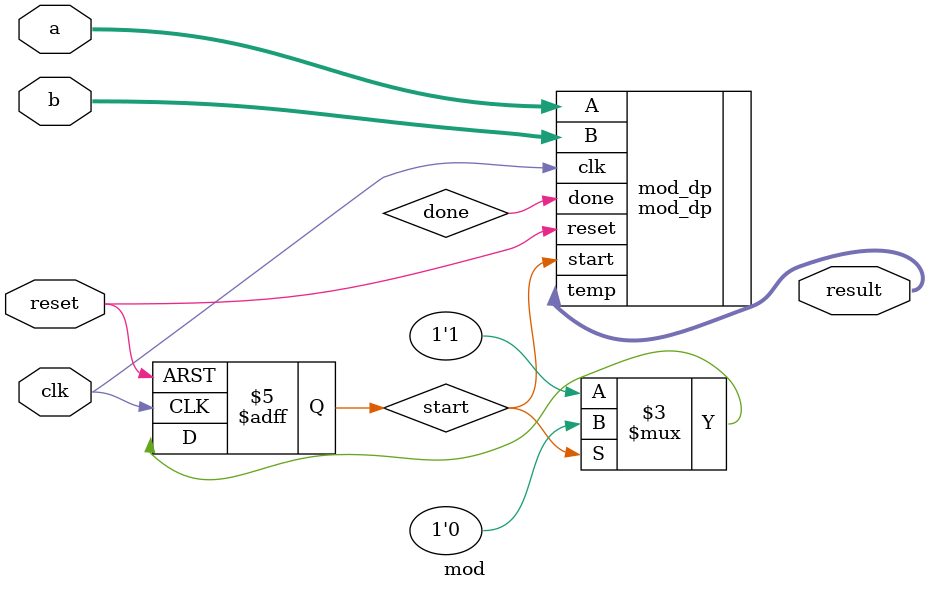
<source format=v>
 module mod(
  input [31:0] a,
  input [31:0] b,
  output wire [31:0] result,
  input clk,
  input reset
  
);

  reg start;
  
  always @(posedge clk or posedge reset) begin
    if (reset) begin
      start <= 1'b0;
    end else if (start) begin
      start <= 1'b0;
    end else begin
      start <= 1'b1;
    end
  end

  // Instantiate other modules
  mod_dp mod_dp(
    .clk(clk),
    .reset(reset),
    .A(a),
    .B(b),
    .start(start),
    .temp(result),
    .done(done)
  );

endmodule





















</source>
